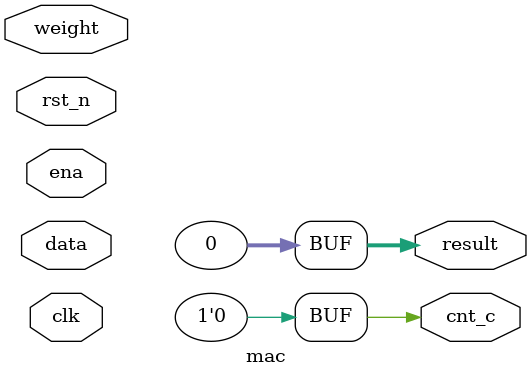
<source format=sv>
module mac #(
	parameter DW = 32,
	parameter NMAX = 64
) (
	input [DW-1:0]	data,
	input [DW-1:0] 	weight,
	output[DW-1:0]	result,
	output 					cnt_c,

	input 					ena,
	input 					clk,
	input 					rst_n
);

reg [DW-1:0]	partial_sum;
reg [5:0]			cnt;

wire [2*DW-1:0] product = data * weight;
wire [2*DW-1:0] partial_sum_nxt = partial_sum + product;

assign cnt_c = (cnt == (NMAX));
assign result = cnt_c ? partial_sum[DW-1:0] : 'b0;

always@(posedge clk) begin
	if (~rst_n) partial_sum <= 'b0;
	else if (cnt_c == 1'b1) partial_sum <= 'b0;
	else partial_sum <= partial_sum_nxt[DW-1:0];
end

always@(posedge clk) begin
	if (~rst_n) cnt <= 'b0;
	else if (~ena) cnt <= 'b0;
	else begin
		if (cnt_c == 1'b1) cnt <= 'b0;
		else cnt <= cnt + 6'b1;
	end
end


endmodule

</source>
